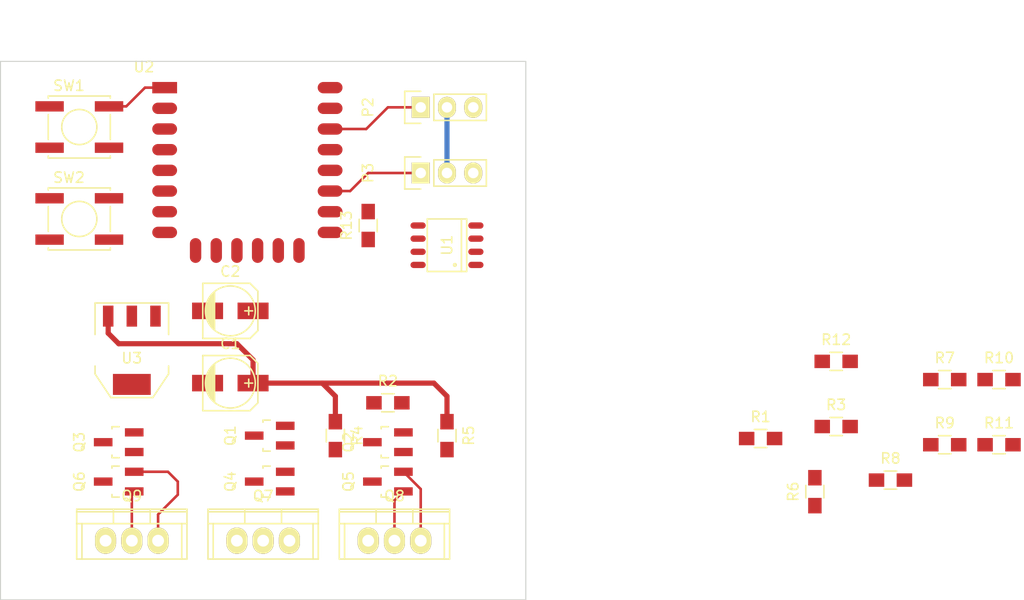
<source format=kicad_pcb>
(kicad_pcb (version 4) (host pcbnew 4.0.2-stable)

  (general
    (links 66)
    (no_connects 55)
    (area 86.309999 10.373799 185.555002 68.630001)
    (thickness 1.6)
    (drawings 4)
    (tracks 32)
    (zones 0)
    (modules 31)
    (nets 39)
  )

  (page A4)
  (layers
    (0 F.Cu signal)
    (31 B.Cu signal)
    (32 B.Adhes user)
    (33 F.Adhes user)
    (34 B.Paste user)
    (35 F.Paste user)
    (36 B.SilkS user)
    (37 F.SilkS user)
    (38 B.Mask user)
    (39 F.Mask user)
    (40 Dwgs.User user)
    (41 Cmts.User user)
    (42 Eco1.User user)
    (43 Eco2.User user)
    (44 Edge.Cuts user)
    (45 Margin user)
    (46 B.CrtYd user)
    (47 F.CrtYd user)
    (48 B.Fab user)
    (49 F.Fab user)
  )

  (setup
    (last_trace_width 0.25)
    (trace_clearance 0.2)
    (zone_clearance 0.508)
    (zone_45_only no)
    (trace_min 0.2)
    (segment_width 0.2)
    (edge_width 0.1)
    (via_size 0.6)
    (via_drill 0.4)
    (via_min_size 0.4)
    (via_min_drill 0.3)
    (uvia_size 0.3)
    (uvia_drill 0.1)
    (uvias_allowed no)
    (uvia_min_size 0.2)
    (uvia_min_drill 0.1)
    (pcb_text_width 0.3)
    (pcb_text_size 1.5 1.5)
    (mod_edge_width 0.15)
    (mod_text_size 1 1)
    (mod_text_width 0.15)
    (pad_size 1.5 1.5)
    (pad_drill 0.6)
    (pad_to_mask_clearance 0)
    (aux_axis_origin 0 0)
    (visible_elements FFFFFF7F)
    (pcbplotparams
      (layerselection 0x00030_80000001)
      (usegerberextensions false)
      (excludeedgelayer true)
      (linewidth 0.100000)
      (plotframeref false)
      (viasonmask false)
      (mode 1)
      (useauxorigin false)
      (hpglpennumber 1)
      (hpglpenspeed 20)
      (hpglpendiameter 15)
      (hpglpenoverlay 2)
      (psnegative false)
      (psa4output false)
      (plotreference true)
      (plotvalue true)
      (plotinvisibletext false)
      (padsonsilk false)
      (subtractmaskfromsilk false)
      (outputformat 1)
      (mirror false)
      (drillshape 1)
      (scaleselection 1)
      (outputdirectory ""))
  )

  (net 0 "")
  (net 1 "Net-(Q1-Pad1)")
  (net 2 "Net-(Q4-Pad2)")
  (net 3 "Net-(D1-Pad1)")
  (net 4 "Net-(Q2-Pad1)")
  (net 5 "Net-(Q5-Pad2)")
  (net 6 "Net-(D1-Pad4)")
  (net 7 "Net-(Q3-Pad1)")
  (net 8 "Net-(Q6-Pad2)")
  (net 9 "Net-(Q9-Pad1)")
  (net 10 +5V)
  (net 11 GND)
  (net 12 +3V3)
  (net 13 "Net-(P2-Pad1)")
  (net 14 "Net-(P3-Pad1)")
  (net 15 "Net-(Q1-Pad2)")
  (net 16 "Net-(Q2-Pad2)")
  (net 17 "Net-(Q3-Pad2)")
  (net 18 "Net-(R1-Pad1)")
  (net 19 "Net-(R2-Pad1)")
  (net 20 "Net-(R3-Pad1)")
  (net 21 "Net-(R10-Pad2)")
  (net 22 "Net-(R11-Pad2)")
  (net 23 "Net-(R12-Pad1)")
  (net 24 "Net-(R13-Pad2)")
  (net 25 "Net-(U1-Pad1)")
  (net 26 "Net-(U1-Pad4)")
  (net 27 "Net-(U1-Pad6)")
  (net 28 "Net-(U1-Pad7)")
  (net 29 "Net-(U2-Pad9)")
  (net 30 "Net-(U2-Pad10)")
  (net 31 "Net-(U2-Pad11)")
  (net 32 "Net-(U2-Pad12)")
  (net 33 "Net-(U2-Pad13)")
  (net 34 "Net-(U2-Pad14)")
  (net 35 "Net-(U2-Pad2)")
  (net 36 "Net-(U2-Pad4)")
  (net 37 "Net-(U2-Pad19)")
  (net 38 "Net-(U2-Pad22)")

  (net_class Default "This is the default net class."
    (clearance 0.2)
    (trace_width 0.25)
    (via_dia 0.6)
    (via_drill 0.4)
    (uvia_dia 0.3)
    (uvia_drill 0.1)
    (add_net +3V3)
    (add_net GND)
    (add_net "Net-(D1-Pad1)")
    (add_net "Net-(D1-Pad4)")
    (add_net "Net-(P2-Pad1)")
    (add_net "Net-(P3-Pad1)")
    (add_net "Net-(Q1-Pad1)")
    (add_net "Net-(Q1-Pad2)")
    (add_net "Net-(Q2-Pad1)")
    (add_net "Net-(Q2-Pad2)")
    (add_net "Net-(Q3-Pad1)")
    (add_net "Net-(Q3-Pad2)")
    (add_net "Net-(Q4-Pad2)")
    (add_net "Net-(Q5-Pad2)")
    (add_net "Net-(Q6-Pad2)")
    (add_net "Net-(Q9-Pad1)")
    (add_net "Net-(R1-Pad1)")
    (add_net "Net-(R10-Pad2)")
    (add_net "Net-(R11-Pad2)")
    (add_net "Net-(R12-Pad1)")
    (add_net "Net-(R13-Pad2)")
    (add_net "Net-(R2-Pad1)")
    (add_net "Net-(R3-Pad1)")
    (add_net "Net-(U1-Pad1)")
    (add_net "Net-(U1-Pad4)")
    (add_net "Net-(U1-Pad6)")
    (add_net "Net-(U1-Pad7)")
    (add_net "Net-(U2-Pad10)")
    (add_net "Net-(U2-Pad11)")
    (add_net "Net-(U2-Pad12)")
    (add_net "Net-(U2-Pad13)")
    (add_net "Net-(U2-Pad14)")
    (add_net "Net-(U2-Pad19)")
    (add_net "Net-(U2-Pad2)")
    (add_net "Net-(U2-Pad22)")
    (add_net "Net-(U2-Pad4)")
    (add_net "Net-(U2-Pad9)")
  )

  (net_class Power ""
    (clearance 0.2)
    (trace_width 0.5)
    (via_dia 0.6)
    (via_drill 0.4)
    (uvia_dia 0.3)
    (uvia_drill 0.1)
    (add_net +5V)
  )

  (module TO-220 (layer F.Cu) (tedit 0) (tstamp 579FAAF8)
    (at 124.46 62.865)
    (descr "Non Isolated JEDEC TO-220 Package")
    (tags "Power Integration YN Package")
    (path /56B747A5)
    (fp_text reference Q8 (at 0 -4.318) (layer F.SilkS)
      (effects (font (size 1 1) (thickness 0.15)))
    )
    (fp_text value BUZ71 (at 0 -4.318) (layer F.Fab)
      (effects (font (size 1 1) (thickness 0.15)))
    )
    (fp_line (start 4.826 -1.651) (end 4.826 1.778) (layer F.SilkS) (width 0.15))
    (fp_line (start -4.826 -1.651) (end -4.826 1.778) (layer F.SilkS) (width 0.15))
    (fp_line (start 5.334 -2.794) (end -5.334 -2.794) (layer F.SilkS) (width 0.15))
    (fp_line (start 1.778 -1.778) (end 1.778 -3.048) (layer F.SilkS) (width 0.15))
    (fp_line (start -1.778 -1.778) (end -1.778 -3.048) (layer F.SilkS) (width 0.15))
    (fp_line (start -5.334 -1.651) (end 5.334 -1.651) (layer F.SilkS) (width 0.15))
    (fp_line (start 5.334 1.778) (end -5.334 1.778) (layer F.SilkS) (width 0.15))
    (fp_line (start -5.334 -3.048) (end -5.334 1.778) (layer F.SilkS) (width 0.15))
    (fp_line (start 5.334 -3.048) (end 5.334 1.778) (layer F.SilkS) (width 0.15))
    (fp_line (start 5.334 -3.048) (end -5.334 -3.048) (layer F.SilkS) (width 0.15))
    (pad 2 thru_hole oval (at 0 0) (size 2.032 2.54) (drill 1.143) (layers *.Cu *.Mask F.SilkS)
      (net 4 "Net-(Q2-Pad1)"))
    (pad 3 thru_hole oval (at 2.54 0) (size 2.032 2.54) (drill 1.143) (layers *.Cu *.Mask F.SilkS)
      (net 5 "Net-(Q5-Pad2)"))
    (pad 1 thru_hole oval (at -2.54 0) (size 2.032 2.54) (drill 1.143) (layers *.Cu *.Mask F.SilkS)
      (net 6 "Net-(D1-Pad4)"))
  )

  (module TO-220 (layer F.Cu) (tedit 0) (tstamp 579FAAFF)
    (at 99.06 62.865)
    (descr "Non Isolated JEDEC TO-220 Package")
    (tags "Power Integration YN Package")
    (path /56B74552)
    (fp_text reference Q9 (at 0 -4.318) (layer F.SilkS)
      (effects (font (size 1 1) (thickness 0.15)))
    )
    (fp_text value BUZ71 (at 0 -4.318) (layer F.Fab)
      (effects (font (size 1 1) (thickness 0.15)))
    )
    (fp_line (start 4.826 -1.651) (end 4.826 1.778) (layer F.SilkS) (width 0.15))
    (fp_line (start -4.826 -1.651) (end -4.826 1.778) (layer F.SilkS) (width 0.15))
    (fp_line (start 5.334 -2.794) (end -5.334 -2.794) (layer F.SilkS) (width 0.15))
    (fp_line (start 1.778 -1.778) (end 1.778 -3.048) (layer F.SilkS) (width 0.15))
    (fp_line (start -1.778 -1.778) (end -1.778 -3.048) (layer F.SilkS) (width 0.15))
    (fp_line (start -5.334 -1.651) (end 5.334 -1.651) (layer F.SilkS) (width 0.15))
    (fp_line (start 5.334 1.778) (end -5.334 1.778) (layer F.SilkS) (width 0.15))
    (fp_line (start -5.334 -3.048) (end -5.334 1.778) (layer F.SilkS) (width 0.15))
    (fp_line (start 5.334 -3.048) (end 5.334 1.778) (layer F.SilkS) (width 0.15))
    (fp_line (start 5.334 -3.048) (end -5.334 -3.048) (layer F.SilkS) (width 0.15))
    (pad 2 thru_hole oval (at 0 0) (size 2.032 2.54) (drill 1.143) (layers *.Cu *.Mask F.SilkS)
      (net 7 "Net-(Q3-Pad1)"))
    (pad 3 thru_hole oval (at 2.54 0) (size 2.032 2.54) (drill 1.143) (layers *.Cu *.Mask F.SilkS)
      (net 8 "Net-(Q6-Pad2)"))
    (pad 1 thru_hole oval (at -2.54 0) (size 2.032 2.54) (drill 1.143) (layers *.Cu *.Mask F.SilkS)
      (net 9 "Net-(Q9-Pad1)"))
  )

  (module Capacitors_SMD:c_elec_5x5.3 (layer F.Cu) (tedit 55725CA0) (tstamp 579FAB87)
    (at 108.585 47.625)
    (descr "SMT capacitor, aluminium electrolytic, 5x5.3")
    (path /579FB0AD)
    (attr smd)
    (fp_text reference C1 (at 0 -3.81) (layer F.SilkS)
      (effects (font (size 1 1) (thickness 0.15)))
    )
    (fp_text value 10µ (at 0 3.81) (layer F.Fab)
      (effects (font (size 1 1) (thickness 0.15)))
    )
    (fp_line (start -3.95 -3) (end 3.95 -3) (layer F.CrtYd) (width 0.05))
    (fp_line (start 3.95 -3) (end 3.95 3) (layer F.CrtYd) (width 0.05))
    (fp_line (start 3.95 3) (end -3.95 3) (layer F.CrtYd) (width 0.05))
    (fp_line (start -3.95 3) (end -3.95 -3) (layer F.CrtYd) (width 0.05))
    (fp_line (start -2.286 -0.635) (end -2.286 0.762) (layer F.SilkS) (width 0.15))
    (fp_line (start -2.159 -0.889) (end -2.159 0.889) (layer F.SilkS) (width 0.15))
    (fp_line (start -2.032 -1.27) (end -2.032 1.27) (layer F.SilkS) (width 0.15))
    (fp_line (start -1.905 1.397) (end -1.905 -1.397) (layer F.SilkS) (width 0.15))
    (fp_line (start -1.778 -1.524) (end -1.778 1.524) (layer F.SilkS) (width 0.15))
    (fp_line (start -1.651 1.651) (end -1.651 -1.651) (layer F.SilkS) (width 0.15))
    (fp_line (start -1.524 -1.778) (end -1.524 1.778) (layer F.SilkS) (width 0.15))
    (fp_line (start -2.667 -2.667) (end 1.905 -2.667) (layer F.SilkS) (width 0.15))
    (fp_line (start 1.905 -2.667) (end 2.667 -1.905) (layer F.SilkS) (width 0.15))
    (fp_line (start 2.667 -1.905) (end 2.667 1.905) (layer F.SilkS) (width 0.15))
    (fp_line (start 2.667 1.905) (end 1.905 2.667) (layer F.SilkS) (width 0.15))
    (fp_line (start 1.905 2.667) (end -2.667 2.667) (layer F.SilkS) (width 0.15))
    (fp_line (start -2.667 2.667) (end -2.667 -2.667) (layer F.SilkS) (width 0.15))
    (fp_line (start 2.159 0) (end 1.397 0) (layer F.SilkS) (width 0.15))
    (fp_line (start 1.778 -0.381) (end 1.778 0.381) (layer F.SilkS) (width 0.15))
    (fp_circle (center 0 0) (end -2.413 0) (layer F.SilkS) (width 0.15))
    (pad 1 smd rect (at 2.19964 0) (size 2.99974 1.6002) (layers F.Cu F.Paste F.Mask)
      (net 10 +5V))
    (pad 2 smd rect (at -2.19964 0) (size 2.99974 1.6002) (layers F.Cu F.Paste F.Mask)
      (net 11 GND))
    (model Capacitors_SMD.3dshapes/c_elec_5x5.3.wrl
      (at (xyz 0 0 0))
      (scale (xyz 1 1 1))
      (rotate (xyz 0 0 0))
    )
  )

  (module Capacitors_SMD:c_elec_5x5.3 (layer F.Cu) (tedit 55725CA0) (tstamp 579FAB8D)
    (at 108.585 40.64)
    (descr "SMT capacitor, aluminium electrolytic, 5x5.3")
    (path /579FB128)
    (attr smd)
    (fp_text reference C2 (at 0 -3.81) (layer F.SilkS)
      (effects (font (size 1 1) (thickness 0.15)))
    )
    (fp_text value 10µ (at 0 3.81) (layer F.Fab)
      (effects (font (size 1 1) (thickness 0.15)))
    )
    (fp_line (start -3.95 -3) (end 3.95 -3) (layer F.CrtYd) (width 0.05))
    (fp_line (start 3.95 -3) (end 3.95 3) (layer F.CrtYd) (width 0.05))
    (fp_line (start 3.95 3) (end -3.95 3) (layer F.CrtYd) (width 0.05))
    (fp_line (start -3.95 3) (end -3.95 -3) (layer F.CrtYd) (width 0.05))
    (fp_line (start -2.286 -0.635) (end -2.286 0.762) (layer F.SilkS) (width 0.15))
    (fp_line (start -2.159 -0.889) (end -2.159 0.889) (layer F.SilkS) (width 0.15))
    (fp_line (start -2.032 -1.27) (end -2.032 1.27) (layer F.SilkS) (width 0.15))
    (fp_line (start -1.905 1.397) (end -1.905 -1.397) (layer F.SilkS) (width 0.15))
    (fp_line (start -1.778 -1.524) (end -1.778 1.524) (layer F.SilkS) (width 0.15))
    (fp_line (start -1.651 1.651) (end -1.651 -1.651) (layer F.SilkS) (width 0.15))
    (fp_line (start -1.524 -1.778) (end -1.524 1.778) (layer F.SilkS) (width 0.15))
    (fp_line (start -2.667 -2.667) (end 1.905 -2.667) (layer F.SilkS) (width 0.15))
    (fp_line (start 1.905 -2.667) (end 2.667 -1.905) (layer F.SilkS) (width 0.15))
    (fp_line (start 2.667 -1.905) (end 2.667 1.905) (layer F.SilkS) (width 0.15))
    (fp_line (start 2.667 1.905) (end 1.905 2.667) (layer F.SilkS) (width 0.15))
    (fp_line (start 1.905 2.667) (end -2.667 2.667) (layer F.SilkS) (width 0.15))
    (fp_line (start -2.667 2.667) (end -2.667 -2.667) (layer F.SilkS) (width 0.15))
    (fp_line (start 2.159 0) (end 1.397 0) (layer F.SilkS) (width 0.15))
    (fp_line (start 1.778 -0.381) (end 1.778 0.381) (layer F.SilkS) (width 0.15))
    (fp_circle (center 0 0) (end -2.413 0) (layer F.SilkS) (width 0.15))
    (pad 1 smd rect (at 2.19964 0) (size 2.99974 1.6002) (layers F.Cu F.Paste F.Mask)
      (net 12 +3V3))
    (pad 2 smd rect (at -2.19964 0) (size 2.99974 1.6002) (layers F.Cu F.Paste F.Mask)
      (net 11 GND))
    (model Capacitors_SMD.3dshapes/c_elec_5x5.3.wrl
      (at (xyz 0 0 0))
      (scale (xyz 1 1 1))
      (rotate (xyz 0 0 0))
    )
  )

  (module Pin_Headers:Pin_Header_Straight_1x03 (layer F.Cu) (tedit 0) (tstamp 579FAB94)
    (at 127 20.955 90)
    (descr "Through hole pin header")
    (tags "pin header")
    (path /579FB904)
    (fp_text reference P2 (at 0 -5.1 90) (layer F.SilkS)
      (effects (font (size 1 1) (thickness 0.15)))
    )
    (fp_text value "Servo A" (at 0 -3.1 90) (layer F.Fab)
      (effects (font (size 1 1) (thickness 0.15)))
    )
    (fp_line (start -1.75 -1.75) (end -1.75 6.85) (layer F.CrtYd) (width 0.05))
    (fp_line (start 1.75 -1.75) (end 1.75 6.85) (layer F.CrtYd) (width 0.05))
    (fp_line (start -1.75 -1.75) (end 1.75 -1.75) (layer F.CrtYd) (width 0.05))
    (fp_line (start -1.75 6.85) (end 1.75 6.85) (layer F.CrtYd) (width 0.05))
    (fp_line (start -1.27 1.27) (end -1.27 6.35) (layer F.SilkS) (width 0.15))
    (fp_line (start -1.27 6.35) (end 1.27 6.35) (layer F.SilkS) (width 0.15))
    (fp_line (start 1.27 6.35) (end 1.27 1.27) (layer F.SilkS) (width 0.15))
    (fp_line (start 1.55 -1.55) (end 1.55 0) (layer F.SilkS) (width 0.15))
    (fp_line (start 1.27 1.27) (end -1.27 1.27) (layer F.SilkS) (width 0.15))
    (fp_line (start -1.55 0) (end -1.55 -1.55) (layer F.SilkS) (width 0.15))
    (fp_line (start -1.55 -1.55) (end 1.55 -1.55) (layer F.SilkS) (width 0.15))
    (pad 1 thru_hole rect (at 0 0 90) (size 2.032 1.7272) (drill 1.016) (layers *.Cu *.Mask F.SilkS)
      (net 13 "Net-(P2-Pad1)"))
    (pad 2 thru_hole oval (at 0 2.54 90) (size 2.032 1.7272) (drill 1.016) (layers *.Cu *.Mask F.SilkS)
      (net 10 +5V))
    (pad 3 thru_hole oval (at 0 5.08 90) (size 2.032 1.7272) (drill 1.016) (layers *.Cu *.Mask F.SilkS)
      (net 11 GND))
    (model Pin_Headers.3dshapes/Pin_Header_Straight_1x03.wrl
      (at (xyz 0 -0.1 0))
      (scale (xyz 1 1 1))
      (rotate (xyz 0 0 90))
    )
  )

  (module Pin_Headers:Pin_Header_Straight_1x03 (layer F.Cu) (tedit 0) (tstamp 579FAB9B)
    (at 127 27.305 90)
    (descr "Through hole pin header")
    (tags "pin header")
    (path /579FB98F)
    (fp_text reference P3 (at 0 -5.1 90) (layer F.SilkS)
      (effects (font (size 1 1) (thickness 0.15)))
    )
    (fp_text value "Servo B" (at 0 -3.1 90) (layer F.Fab)
      (effects (font (size 1 1) (thickness 0.15)))
    )
    (fp_line (start -1.75 -1.75) (end -1.75 6.85) (layer F.CrtYd) (width 0.05))
    (fp_line (start 1.75 -1.75) (end 1.75 6.85) (layer F.CrtYd) (width 0.05))
    (fp_line (start -1.75 -1.75) (end 1.75 -1.75) (layer F.CrtYd) (width 0.05))
    (fp_line (start -1.75 6.85) (end 1.75 6.85) (layer F.CrtYd) (width 0.05))
    (fp_line (start -1.27 1.27) (end -1.27 6.35) (layer F.SilkS) (width 0.15))
    (fp_line (start -1.27 6.35) (end 1.27 6.35) (layer F.SilkS) (width 0.15))
    (fp_line (start 1.27 6.35) (end 1.27 1.27) (layer F.SilkS) (width 0.15))
    (fp_line (start 1.55 -1.55) (end 1.55 0) (layer F.SilkS) (width 0.15))
    (fp_line (start 1.27 1.27) (end -1.27 1.27) (layer F.SilkS) (width 0.15))
    (fp_line (start -1.55 0) (end -1.55 -1.55) (layer F.SilkS) (width 0.15))
    (fp_line (start -1.55 -1.55) (end 1.55 -1.55) (layer F.SilkS) (width 0.15))
    (pad 1 thru_hole rect (at 0 0 90) (size 2.032 1.7272) (drill 1.016) (layers *.Cu *.Mask F.SilkS)
      (net 14 "Net-(P3-Pad1)"))
    (pad 2 thru_hole oval (at 0 2.54 90) (size 2.032 1.7272) (drill 1.016) (layers *.Cu *.Mask F.SilkS)
      (net 10 +5V))
    (pad 3 thru_hole oval (at 0 5.08 90) (size 2.032 1.7272) (drill 1.016) (layers *.Cu *.Mask F.SilkS)
      (net 11 GND))
    (model Pin_Headers.3dshapes/Pin_Header_Straight_1x03.wrl
      (at (xyz 0 -0.1 0))
      (scale (xyz 1 1 1))
      (rotate (xyz 0 0 90))
    )
  )

  (module TO_SOT_Packages_SMD:SOT-23_Handsoldering (layer F.Cu) (tedit 54E9291B) (tstamp 579FABA2)
    (at 112.395 52.705 90)
    (descr "SOT-23, Handsoldering")
    (tags SOT-23)
    (path /56B73A58)
    (attr smd)
    (fp_text reference Q1 (at 0 -3.81 90) (layer F.SilkS)
      (effects (font (size 1 1) (thickness 0.15)))
    )
    (fp_text value 2N3904 (at 0 3.81 90) (layer F.Fab)
      (effects (font (size 1 1) (thickness 0.15)))
    )
    (fp_line (start -1.49982 0.0508) (end -1.49982 -0.65024) (layer F.SilkS) (width 0.15))
    (fp_line (start -1.49982 -0.65024) (end -1.2509 -0.65024) (layer F.SilkS) (width 0.15))
    (fp_line (start 1.29916 -0.65024) (end 1.49982 -0.65024) (layer F.SilkS) (width 0.15))
    (fp_line (start 1.49982 -0.65024) (end 1.49982 0.0508) (layer F.SilkS) (width 0.15))
    (pad 1 smd rect (at -0.95 1.50114 90) (size 0.8001 1.80086) (layers F.Cu F.Paste F.Mask)
      (net 1 "Net-(Q1-Pad1)"))
    (pad 2 smd rect (at 0.95 1.50114 90) (size 0.8001 1.80086) (layers F.Cu F.Paste F.Mask)
      (net 15 "Net-(Q1-Pad2)"))
    (pad 3 smd rect (at 0 -1.50114 90) (size 0.8001 1.80086) (layers F.Cu F.Paste F.Mask)
      (net 11 GND))
    (model TO_SOT_Packages_SMD.3dshapes/SOT-23_Handsoldering.wrl
      (at (xyz 0 0 0))
      (scale (xyz 1 1 1))
      (rotate (xyz 0 0 0))
    )
  )

  (module TO_SOT_Packages_SMD:SOT-23_Handsoldering (layer F.Cu) (tedit 54E9291B) (tstamp 579FABA9)
    (at 123.825 53.34 90)
    (descr "SOT-23, Handsoldering")
    (tags SOT-23)
    (path /56B747AB)
    (attr smd)
    (fp_text reference Q2 (at 0 -3.81 90) (layer F.SilkS)
      (effects (font (size 1 1) (thickness 0.15)))
    )
    (fp_text value 2N3904 (at 0 3.81 90) (layer F.Fab)
      (effects (font (size 1 1) (thickness 0.15)))
    )
    (fp_line (start -1.49982 0.0508) (end -1.49982 -0.65024) (layer F.SilkS) (width 0.15))
    (fp_line (start -1.49982 -0.65024) (end -1.2509 -0.65024) (layer F.SilkS) (width 0.15))
    (fp_line (start 1.29916 -0.65024) (end 1.49982 -0.65024) (layer F.SilkS) (width 0.15))
    (fp_line (start 1.49982 -0.65024) (end 1.49982 0.0508) (layer F.SilkS) (width 0.15))
    (pad 1 smd rect (at -0.95 1.50114 90) (size 0.8001 1.80086) (layers F.Cu F.Paste F.Mask)
      (net 4 "Net-(Q2-Pad1)"))
    (pad 2 smd rect (at 0.95 1.50114 90) (size 0.8001 1.80086) (layers F.Cu F.Paste F.Mask)
      (net 16 "Net-(Q2-Pad2)"))
    (pad 3 smd rect (at 0 -1.50114 90) (size 0.8001 1.80086) (layers F.Cu F.Paste F.Mask)
      (net 11 GND))
    (model TO_SOT_Packages_SMD.3dshapes/SOT-23_Handsoldering.wrl
      (at (xyz 0 0 0))
      (scale (xyz 1 1 1))
      (rotate (xyz 0 0 0))
    )
  )

  (module TO_SOT_Packages_SMD:SOT-23_Handsoldering (layer F.Cu) (tedit 54E9291B) (tstamp 579FABB0)
    (at 97.79 53.34 90)
    (descr "SOT-23, Handsoldering")
    (tags SOT-23)
    (path /56B74558)
    (attr smd)
    (fp_text reference Q3 (at 0 -3.81 90) (layer F.SilkS)
      (effects (font (size 1 1) (thickness 0.15)))
    )
    (fp_text value 2N3904 (at 0 3.81 90) (layer F.Fab)
      (effects (font (size 1 1) (thickness 0.15)))
    )
    (fp_line (start -1.49982 0.0508) (end -1.49982 -0.65024) (layer F.SilkS) (width 0.15))
    (fp_line (start -1.49982 -0.65024) (end -1.2509 -0.65024) (layer F.SilkS) (width 0.15))
    (fp_line (start 1.29916 -0.65024) (end 1.49982 -0.65024) (layer F.SilkS) (width 0.15))
    (fp_line (start 1.49982 -0.65024) (end 1.49982 0.0508) (layer F.SilkS) (width 0.15))
    (pad 1 smd rect (at -0.95 1.50114 90) (size 0.8001 1.80086) (layers F.Cu F.Paste F.Mask)
      (net 7 "Net-(Q3-Pad1)"))
    (pad 2 smd rect (at 0.95 1.50114 90) (size 0.8001 1.80086) (layers F.Cu F.Paste F.Mask)
      (net 17 "Net-(Q3-Pad2)"))
    (pad 3 smd rect (at 0 -1.50114 90) (size 0.8001 1.80086) (layers F.Cu F.Paste F.Mask)
      (net 11 GND))
    (model TO_SOT_Packages_SMD.3dshapes/SOT-23_Handsoldering.wrl
      (at (xyz 0 0 0))
      (scale (xyz 1 1 1))
      (rotate (xyz 0 0 0))
    )
  )

  (module TO_SOT_Packages_SMD:SOT-23_Handsoldering (layer F.Cu) (tedit 54E9291B) (tstamp 579FABB7)
    (at 112.395 57.15 90)
    (descr "SOT-23, Handsoldering")
    (tags SOT-23)
    (path /56B73A8E)
    (attr smd)
    (fp_text reference Q4 (at 0 -3.81 90) (layer F.SilkS)
      (effects (font (size 1 1) (thickness 0.15)))
    )
    (fp_text value 2N3904 (at 0 3.81 90) (layer F.Fab)
      (effects (font (size 1 1) (thickness 0.15)))
    )
    (fp_line (start -1.49982 0.0508) (end -1.49982 -0.65024) (layer F.SilkS) (width 0.15))
    (fp_line (start -1.49982 -0.65024) (end -1.2509 -0.65024) (layer F.SilkS) (width 0.15))
    (fp_line (start 1.29916 -0.65024) (end 1.49982 -0.65024) (layer F.SilkS) (width 0.15))
    (fp_line (start 1.49982 -0.65024) (end 1.49982 0.0508) (layer F.SilkS) (width 0.15))
    (pad 1 smd rect (at -0.95 1.50114 90) (size 0.8001 1.80086) (layers F.Cu F.Paste F.Mask)
      (net 1 "Net-(Q1-Pad1)"))
    (pad 2 smd rect (at 0.95 1.50114 90) (size 0.8001 1.80086) (layers F.Cu F.Paste F.Mask)
      (net 2 "Net-(Q4-Pad2)"))
    (pad 3 smd rect (at 0 -1.50114 90) (size 0.8001 1.80086) (layers F.Cu F.Paste F.Mask)
      (net 11 GND))
    (model TO_SOT_Packages_SMD.3dshapes/SOT-23_Handsoldering.wrl
      (at (xyz 0 0 0))
      (scale (xyz 1 1 1))
      (rotate (xyz 0 0 0))
    )
  )

  (module TO_SOT_Packages_SMD:SOT-23_Handsoldering (layer F.Cu) (tedit 54E9291B) (tstamp 579FABBE)
    (at 123.825 57.15 90)
    (descr "SOT-23, Handsoldering")
    (tags SOT-23)
    (path /56B747B1)
    (attr smd)
    (fp_text reference Q5 (at 0 -3.81 90) (layer F.SilkS)
      (effects (font (size 1 1) (thickness 0.15)))
    )
    (fp_text value 2N3904 (at 0 3.81 90) (layer F.Fab)
      (effects (font (size 1 1) (thickness 0.15)))
    )
    (fp_line (start -1.49982 0.0508) (end -1.49982 -0.65024) (layer F.SilkS) (width 0.15))
    (fp_line (start -1.49982 -0.65024) (end -1.2509 -0.65024) (layer F.SilkS) (width 0.15))
    (fp_line (start 1.29916 -0.65024) (end 1.49982 -0.65024) (layer F.SilkS) (width 0.15))
    (fp_line (start 1.49982 -0.65024) (end 1.49982 0.0508) (layer F.SilkS) (width 0.15))
    (pad 1 smd rect (at -0.95 1.50114 90) (size 0.8001 1.80086) (layers F.Cu F.Paste F.Mask)
      (net 4 "Net-(Q2-Pad1)"))
    (pad 2 smd rect (at 0.95 1.50114 90) (size 0.8001 1.80086) (layers F.Cu F.Paste F.Mask)
      (net 5 "Net-(Q5-Pad2)"))
    (pad 3 smd rect (at 0 -1.50114 90) (size 0.8001 1.80086) (layers F.Cu F.Paste F.Mask)
      (net 11 GND))
    (model TO_SOT_Packages_SMD.3dshapes/SOT-23_Handsoldering.wrl
      (at (xyz 0 0 0))
      (scale (xyz 1 1 1))
      (rotate (xyz 0 0 0))
    )
  )

  (module TO_SOT_Packages_SMD:SOT-23_Handsoldering (layer F.Cu) (tedit 54E9291B) (tstamp 579FABC5)
    (at 97.79 57.15 90)
    (descr "SOT-23, Handsoldering")
    (tags SOT-23)
    (path /56B7455E)
    (attr smd)
    (fp_text reference Q6 (at 0 -3.81 90) (layer F.SilkS)
      (effects (font (size 1 1) (thickness 0.15)))
    )
    (fp_text value 2N3904 (at 0 3.81 90) (layer F.Fab)
      (effects (font (size 1 1) (thickness 0.15)))
    )
    (fp_line (start -1.49982 0.0508) (end -1.49982 -0.65024) (layer F.SilkS) (width 0.15))
    (fp_line (start -1.49982 -0.65024) (end -1.2509 -0.65024) (layer F.SilkS) (width 0.15))
    (fp_line (start 1.29916 -0.65024) (end 1.49982 -0.65024) (layer F.SilkS) (width 0.15))
    (fp_line (start 1.49982 -0.65024) (end 1.49982 0.0508) (layer F.SilkS) (width 0.15))
    (pad 1 smd rect (at -0.95 1.50114 90) (size 0.8001 1.80086) (layers F.Cu F.Paste F.Mask)
      (net 7 "Net-(Q3-Pad1)"))
    (pad 2 smd rect (at 0.95 1.50114 90) (size 0.8001 1.80086) (layers F.Cu F.Paste F.Mask)
      (net 8 "Net-(Q6-Pad2)"))
    (pad 3 smd rect (at 0 -1.50114 90) (size 0.8001 1.80086) (layers F.Cu F.Paste F.Mask)
      (net 11 GND))
    (model TO_SOT_Packages_SMD.3dshapes/SOT-23_Handsoldering.wrl
      (at (xyz 0 0 0))
      (scale (xyz 1 1 1))
      (rotate (xyz 0 0 0))
    )
  )

  (module Power_Integrations:TO-220 (layer F.Cu) (tedit 0) (tstamp 579FABCC)
    (at 111.76 62.865)
    (descr "Non Isolated JEDEC TO-220 Package")
    (tags "Power Integration YN Package")
    (path /56B739E3)
    (fp_text reference Q7 (at 0 -4.318) (layer F.SilkS)
      (effects (font (size 1 1) (thickness 0.15)))
    )
    (fp_text value BUZ71 (at 0 -4.318) (layer F.Fab)
      (effects (font (size 1 1) (thickness 0.15)))
    )
    (fp_line (start 4.826 -1.651) (end 4.826 1.778) (layer F.SilkS) (width 0.15))
    (fp_line (start -4.826 -1.651) (end -4.826 1.778) (layer F.SilkS) (width 0.15))
    (fp_line (start 5.334 -2.794) (end -5.334 -2.794) (layer F.SilkS) (width 0.15))
    (fp_line (start 1.778 -1.778) (end 1.778 -3.048) (layer F.SilkS) (width 0.15))
    (fp_line (start -1.778 -1.778) (end -1.778 -3.048) (layer F.SilkS) (width 0.15))
    (fp_line (start -5.334 -1.651) (end 5.334 -1.651) (layer F.SilkS) (width 0.15))
    (fp_line (start 5.334 1.778) (end -5.334 1.778) (layer F.SilkS) (width 0.15))
    (fp_line (start -5.334 -3.048) (end -5.334 1.778) (layer F.SilkS) (width 0.15))
    (fp_line (start 5.334 -3.048) (end 5.334 1.778) (layer F.SilkS) (width 0.15))
    (fp_line (start 5.334 -3.048) (end -5.334 -3.048) (layer F.SilkS) (width 0.15))
    (pad 2 thru_hole oval (at 0 0) (size 2.032 2.54) (drill 1.143) (layers *.Cu *.Mask F.SilkS)
      (net 1 "Net-(Q1-Pad1)"))
    (pad 3 thru_hole oval (at 2.54 0) (size 2.032 2.54) (drill 1.143) (layers *.Cu *.Mask F.SilkS)
      (net 2 "Net-(Q4-Pad2)"))
    (pad 1 thru_hole oval (at -2.54 0) (size 2.032 2.54) (drill 1.143) (layers *.Cu *.Mask F.SilkS)
      (net 3 "Net-(D1-Pad1)"))
  )

  (module Resistors_SMD:R_0805_HandSoldering (layer F.Cu) (tedit 54189DEE) (tstamp 579FABD2)
    (at 159.870001 52.985)
    (descr "Resistor SMD 0805, hand soldering")
    (tags "resistor 0805")
    (path /56B73C2C)
    (attr smd)
    (fp_text reference R1 (at 0 -2.1) (layer F.SilkS)
      (effects (font (size 1 1) (thickness 0.15)))
    )
    (fp_text value 10k (at 0 2.1) (layer F.Fab)
      (effects (font (size 1 1) (thickness 0.15)))
    )
    (fp_line (start -2.4 -1) (end 2.4 -1) (layer F.CrtYd) (width 0.05))
    (fp_line (start -2.4 1) (end 2.4 1) (layer F.CrtYd) (width 0.05))
    (fp_line (start -2.4 -1) (end -2.4 1) (layer F.CrtYd) (width 0.05))
    (fp_line (start 2.4 -1) (end 2.4 1) (layer F.CrtYd) (width 0.05))
    (fp_line (start 0.6 0.875) (end -0.6 0.875) (layer F.SilkS) (width 0.15))
    (fp_line (start -0.6 -0.875) (end 0.6 -0.875) (layer F.SilkS) (width 0.15))
    (pad 1 smd rect (at -1.35 0) (size 1.5 1.3) (layers F.Cu F.Paste F.Mask)
      (net 18 "Net-(R1-Pad1)"))
    (pad 2 smd rect (at 1.35 0) (size 1.5 1.3) (layers F.Cu F.Paste F.Mask)
      (net 15 "Net-(Q1-Pad2)"))
    (model Resistors_SMD.3dshapes/R_0805_HandSoldering.wrl
      (at (xyz 0 0 0))
      (scale (xyz 1 1 1))
      (rotate (xyz 0 0 0))
    )
  )

  (module Resistors_SMD:R_0805_HandSoldering (layer F.Cu) (tedit 54189DEE) (tstamp 579FABD8)
    (at 123.825 49.53)
    (descr "Resistor SMD 0805, hand soldering")
    (tags "resistor 0805")
    (path /56B747BD)
    (attr smd)
    (fp_text reference R2 (at 0 -2.1) (layer F.SilkS)
      (effects (font (size 1 1) (thickness 0.15)))
    )
    (fp_text value 10k (at 0 2.1) (layer F.Fab)
      (effects (font (size 1 1) (thickness 0.15)))
    )
    (fp_line (start -2.4 -1) (end 2.4 -1) (layer F.CrtYd) (width 0.05))
    (fp_line (start -2.4 1) (end 2.4 1) (layer F.CrtYd) (width 0.05))
    (fp_line (start -2.4 -1) (end -2.4 1) (layer F.CrtYd) (width 0.05))
    (fp_line (start 2.4 -1) (end 2.4 1) (layer F.CrtYd) (width 0.05))
    (fp_line (start 0.6 0.875) (end -0.6 0.875) (layer F.SilkS) (width 0.15))
    (fp_line (start -0.6 -0.875) (end 0.6 -0.875) (layer F.SilkS) (width 0.15))
    (pad 1 smd rect (at -1.35 0) (size 1.5 1.3) (layers F.Cu F.Paste F.Mask)
      (net 19 "Net-(R2-Pad1)"))
    (pad 2 smd rect (at 1.35 0) (size 1.5 1.3) (layers F.Cu F.Paste F.Mask)
      (net 16 "Net-(Q2-Pad2)"))
    (model Resistors_SMD.3dshapes/R_0805_HandSoldering.wrl
      (at (xyz 0 0 0))
      (scale (xyz 1 1 1))
      (rotate (xyz 0 0 0))
    )
  )

  (module Resistors_SMD:R_0805_HandSoldering (layer F.Cu) (tedit 54189DEE) (tstamp 579FABDE)
    (at 167.180001 51.825)
    (descr "Resistor SMD 0805, hand soldering")
    (tags "resistor 0805")
    (path /56B7456A)
    (attr smd)
    (fp_text reference R3 (at 0 -2.1) (layer F.SilkS)
      (effects (font (size 1 1) (thickness 0.15)))
    )
    (fp_text value 10k (at 0 2.1) (layer F.Fab)
      (effects (font (size 1 1) (thickness 0.15)))
    )
    (fp_line (start -2.4 -1) (end 2.4 -1) (layer F.CrtYd) (width 0.05))
    (fp_line (start -2.4 1) (end 2.4 1) (layer F.CrtYd) (width 0.05))
    (fp_line (start -2.4 -1) (end -2.4 1) (layer F.CrtYd) (width 0.05))
    (fp_line (start 2.4 -1) (end 2.4 1) (layer F.CrtYd) (width 0.05))
    (fp_line (start 0.6 0.875) (end -0.6 0.875) (layer F.SilkS) (width 0.15))
    (fp_line (start -0.6 -0.875) (end 0.6 -0.875) (layer F.SilkS) (width 0.15))
    (pad 1 smd rect (at -1.35 0) (size 1.5 1.3) (layers F.Cu F.Paste F.Mask)
      (net 20 "Net-(R3-Pad1)"))
    (pad 2 smd rect (at 1.35 0) (size 1.5 1.3) (layers F.Cu F.Paste F.Mask)
      (net 17 "Net-(Q3-Pad2)"))
    (model Resistors_SMD.3dshapes/R_0805_HandSoldering.wrl
      (at (xyz 0 0 0))
      (scale (xyz 1 1 1))
      (rotate (xyz 0 0 0))
    )
  )

  (module Resistors_SMD:R_0805_HandSoldering (layer F.Cu) (tedit 54189DEE) (tstamp 579FABE4)
    (at 118.745 52.705 270)
    (descr "Resistor SMD 0805, hand soldering")
    (tags "resistor 0805")
    (path /56B73C5E)
    (attr smd)
    (fp_text reference R4 (at 0 -2.1 270) (layer F.SilkS)
      (effects (font (size 1 1) (thickness 0.15)))
    )
    (fp_text value 10k (at 0 2.1 270) (layer F.Fab)
      (effects (font (size 1 1) (thickness 0.15)))
    )
    (fp_line (start -2.4 -1) (end 2.4 -1) (layer F.CrtYd) (width 0.05))
    (fp_line (start -2.4 1) (end 2.4 1) (layer F.CrtYd) (width 0.05))
    (fp_line (start -2.4 -1) (end -2.4 1) (layer F.CrtYd) (width 0.05))
    (fp_line (start 2.4 -1) (end 2.4 1) (layer F.CrtYd) (width 0.05))
    (fp_line (start 0.6 0.875) (end -0.6 0.875) (layer F.SilkS) (width 0.15))
    (fp_line (start -0.6 -0.875) (end 0.6 -0.875) (layer F.SilkS) (width 0.15))
    (pad 1 smd rect (at -1.35 0 270) (size 1.5 1.3) (layers F.Cu F.Paste F.Mask)
      (net 10 +5V))
    (pad 2 smd rect (at 1.35 0 270) (size 1.5 1.3) (layers F.Cu F.Paste F.Mask)
      (net 1 "Net-(Q1-Pad1)"))
    (model Resistors_SMD.3dshapes/R_0805_HandSoldering.wrl
      (at (xyz 0 0 0))
      (scale (xyz 1 1 1))
      (rotate (xyz 0 0 0))
    )
  )

  (module Resistors_SMD:R_0805_HandSoldering (layer F.Cu) (tedit 54189DEE) (tstamp 579FABEA)
    (at 129.54 52.705 270)
    (descr "Resistor SMD 0805, hand soldering")
    (tags "resistor 0805")
    (path /56B747C3)
    (attr smd)
    (fp_text reference R5 (at 0 -2.1 270) (layer F.SilkS)
      (effects (font (size 1 1) (thickness 0.15)))
    )
    (fp_text value 10k (at 0 2.1 270) (layer F.Fab)
      (effects (font (size 1 1) (thickness 0.15)))
    )
    (fp_line (start -2.4 -1) (end 2.4 -1) (layer F.CrtYd) (width 0.05))
    (fp_line (start -2.4 1) (end 2.4 1) (layer F.CrtYd) (width 0.05))
    (fp_line (start -2.4 -1) (end -2.4 1) (layer F.CrtYd) (width 0.05))
    (fp_line (start 2.4 -1) (end 2.4 1) (layer F.CrtYd) (width 0.05))
    (fp_line (start 0.6 0.875) (end -0.6 0.875) (layer F.SilkS) (width 0.15))
    (fp_line (start -0.6 -0.875) (end 0.6 -0.875) (layer F.SilkS) (width 0.15))
    (pad 1 smd rect (at -1.35 0 270) (size 1.5 1.3) (layers F.Cu F.Paste F.Mask)
      (net 10 +5V))
    (pad 2 smd rect (at 1.35 0 270) (size 1.5 1.3) (layers F.Cu F.Paste F.Mask)
      (net 4 "Net-(Q2-Pad1)"))
    (model Resistors_SMD.3dshapes/R_0805_HandSoldering.wrl
      (at (xyz 0 0 0))
      (scale (xyz 1 1 1))
      (rotate (xyz 0 0 0))
    )
  )

  (module Resistors_SMD:R_0805_HandSoldering (layer F.Cu) (tedit 54189DEE) (tstamp 579FABF0)
    (at 165.120001 58.125 90)
    (descr "Resistor SMD 0805, hand soldering")
    (tags "resistor 0805")
    (path /56B74570)
    (attr smd)
    (fp_text reference R6 (at 0 -2.1 90) (layer F.SilkS)
      (effects (font (size 1 1) (thickness 0.15)))
    )
    (fp_text value 10k (at 0 2.1 90) (layer F.Fab)
      (effects (font (size 1 1) (thickness 0.15)))
    )
    (fp_line (start -2.4 -1) (end 2.4 -1) (layer F.CrtYd) (width 0.05))
    (fp_line (start -2.4 1) (end 2.4 1) (layer F.CrtYd) (width 0.05))
    (fp_line (start -2.4 -1) (end -2.4 1) (layer F.CrtYd) (width 0.05))
    (fp_line (start 2.4 -1) (end 2.4 1) (layer F.CrtYd) (width 0.05))
    (fp_line (start 0.6 0.875) (end -0.6 0.875) (layer F.SilkS) (width 0.15))
    (fp_line (start -0.6 -0.875) (end 0.6 -0.875) (layer F.SilkS) (width 0.15))
    (pad 1 smd rect (at -1.35 0 90) (size 1.5 1.3) (layers F.Cu F.Paste F.Mask)
      (net 10 +5V))
    (pad 2 smd rect (at 1.35 0 90) (size 1.5 1.3) (layers F.Cu F.Paste F.Mask)
      (net 7 "Net-(Q3-Pad1)"))
    (model Resistors_SMD.3dshapes/R_0805_HandSoldering.wrl
      (at (xyz 0 0 0))
      (scale (xyz 1 1 1))
      (rotate (xyz 0 0 0))
    )
  )

  (module Resistors_SMD:R_0805_HandSoldering (layer F.Cu) (tedit 54189DEE) (tstamp 579FABF6)
    (at 177.680001 47.285)
    (descr "Resistor SMD 0805, hand soldering")
    (tags "resistor 0805")
    (path /56B73BEF)
    (attr smd)
    (fp_text reference R7 (at 0 -2.1) (layer F.SilkS)
      (effects (font (size 1 1) (thickness 0.15)))
    )
    (fp_text value 1.5 (at 0 2.1) (layer F.Fab)
      (effects (font (size 1 1) (thickness 0.15)))
    )
    (fp_line (start -2.4 -1) (end 2.4 -1) (layer F.CrtYd) (width 0.05))
    (fp_line (start -2.4 1) (end 2.4 1) (layer F.CrtYd) (width 0.05))
    (fp_line (start -2.4 -1) (end -2.4 1) (layer F.CrtYd) (width 0.05))
    (fp_line (start 2.4 -1) (end 2.4 1) (layer F.CrtYd) (width 0.05))
    (fp_line (start 0.6 0.875) (end -0.6 0.875) (layer F.SilkS) (width 0.15))
    (fp_line (start -0.6 -0.875) (end 0.6 -0.875) (layer F.SilkS) (width 0.15))
    (pad 1 smd rect (at -1.35 0) (size 1.5 1.3) (layers F.Cu F.Paste F.Mask)
      (net 2 "Net-(Q4-Pad2)"))
    (pad 2 smd rect (at 1.35 0) (size 1.5 1.3) (layers F.Cu F.Paste F.Mask)
      (net 11 GND))
    (model Resistors_SMD.3dshapes/R_0805_HandSoldering.wrl
      (at (xyz 0 0 0))
      (scale (xyz 1 1 1))
      (rotate (xyz 0 0 0))
    )
  )

  (module Resistors_SMD:R_0805_HandSoldering (layer F.Cu) (tedit 54189DEE) (tstamp 579FABFC)
    (at 172.430001 57.005)
    (descr "Resistor SMD 0805, hand soldering")
    (tags "resistor 0805")
    (path /56B747B7)
    (attr smd)
    (fp_text reference R8 (at 0 -2.1) (layer F.SilkS)
      (effects (font (size 1 1) (thickness 0.15)))
    )
    (fp_text value 1.5 (at 0 2.1) (layer F.Fab)
      (effects (font (size 1 1) (thickness 0.15)))
    )
    (fp_line (start -2.4 -1) (end 2.4 -1) (layer F.CrtYd) (width 0.05))
    (fp_line (start -2.4 1) (end 2.4 1) (layer F.CrtYd) (width 0.05))
    (fp_line (start -2.4 -1) (end -2.4 1) (layer F.CrtYd) (width 0.05))
    (fp_line (start 2.4 -1) (end 2.4 1) (layer F.CrtYd) (width 0.05))
    (fp_line (start 0.6 0.875) (end -0.6 0.875) (layer F.SilkS) (width 0.15))
    (fp_line (start -0.6 -0.875) (end 0.6 -0.875) (layer F.SilkS) (width 0.15))
    (pad 1 smd rect (at -1.35 0) (size 1.5 1.3) (layers F.Cu F.Paste F.Mask)
      (net 5 "Net-(Q5-Pad2)"))
    (pad 2 smd rect (at 1.35 0) (size 1.5 1.3) (layers F.Cu F.Paste F.Mask)
      (net 11 GND))
    (model Resistors_SMD.3dshapes/R_0805_HandSoldering.wrl
      (at (xyz 0 0 0))
      (scale (xyz 1 1 1))
      (rotate (xyz 0 0 0))
    )
  )

  (module Resistors_SMD:R_0805_HandSoldering (layer F.Cu) (tedit 54189DEE) (tstamp 579FAC02)
    (at 177.680001 53.585)
    (descr "Resistor SMD 0805, hand soldering")
    (tags "resistor 0805")
    (path /56B74564)
    (attr smd)
    (fp_text reference R9 (at 0 -2.1) (layer F.SilkS)
      (effects (font (size 1 1) (thickness 0.15)))
    )
    (fp_text value 1.5 (at 0 2.1) (layer F.Fab)
      (effects (font (size 1 1) (thickness 0.15)))
    )
    (fp_line (start -2.4 -1) (end 2.4 -1) (layer F.CrtYd) (width 0.05))
    (fp_line (start -2.4 1) (end 2.4 1) (layer F.CrtYd) (width 0.05))
    (fp_line (start -2.4 -1) (end -2.4 1) (layer F.CrtYd) (width 0.05))
    (fp_line (start 2.4 -1) (end 2.4 1) (layer F.CrtYd) (width 0.05))
    (fp_line (start 0.6 0.875) (end -0.6 0.875) (layer F.SilkS) (width 0.15))
    (fp_line (start -0.6 -0.875) (end 0.6 -0.875) (layer F.SilkS) (width 0.15))
    (pad 1 smd rect (at -1.35 0) (size 1.5 1.3) (layers F.Cu F.Paste F.Mask)
      (net 8 "Net-(Q6-Pad2)"))
    (pad 2 smd rect (at 1.35 0) (size 1.5 1.3) (layers F.Cu F.Paste F.Mask)
      (net 11 GND))
    (model Resistors_SMD.3dshapes/R_0805_HandSoldering.wrl
      (at (xyz 0 0 0))
      (scale (xyz 1 1 1))
      (rotate (xyz 0 0 0))
    )
  )

  (module Resistors_SMD:R_0805_HandSoldering (layer F.Cu) (tedit 54189DEE) (tstamp 579FAC08)
    (at 182.930001 47.285)
    (descr "Resistor SMD 0805, hand soldering")
    (tags "resistor 0805")
    (path /579FA398)
    (attr smd)
    (fp_text reference R10 (at 0 -2.1) (layer F.SilkS)
      (effects (font (size 1 1) (thickness 0.15)))
    )
    (fp_text value 10k (at 0 2.1) (layer F.Fab)
      (effects (font (size 1 1) (thickness 0.15)))
    )
    (fp_line (start -2.4 -1) (end 2.4 -1) (layer F.CrtYd) (width 0.05))
    (fp_line (start -2.4 1) (end 2.4 1) (layer F.CrtYd) (width 0.05))
    (fp_line (start -2.4 -1) (end -2.4 1) (layer F.CrtYd) (width 0.05))
    (fp_line (start 2.4 -1) (end 2.4 1) (layer F.CrtYd) (width 0.05))
    (fp_line (start 0.6 0.875) (end -0.6 0.875) (layer F.SilkS) (width 0.15))
    (fp_line (start -0.6 -0.875) (end 0.6 -0.875) (layer F.SilkS) (width 0.15))
    (pad 1 smd rect (at -1.35 0) (size 1.5 1.3) (layers F.Cu F.Paste F.Mask)
      (net 12 +3V3))
    (pad 2 smd rect (at 1.35 0) (size 1.5 1.3) (layers F.Cu F.Paste F.Mask)
      (net 21 "Net-(R10-Pad2)"))
    (model Resistors_SMD.3dshapes/R_0805_HandSoldering.wrl
      (at (xyz 0 0 0))
      (scale (xyz 1 1 1))
      (rotate (xyz 0 0 0))
    )
  )

  (module Resistors_SMD:R_0805_HandSoldering (layer F.Cu) (tedit 54189DEE) (tstamp 579FAC0E)
    (at 182.930001 53.585)
    (descr "Resistor SMD 0805, hand soldering")
    (tags "resistor 0805")
    (path /579FA45F)
    (attr smd)
    (fp_text reference R11 (at 0 -2.1) (layer F.SilkS)
      (effects (font (size 1 1) (thickness 0.15)))
    )
    (fp_text value 10k (at 0 2.1) (layer F.Fab)
      (effects (font (size 1 1) (thickness 0.15)))
    )
    (fp_line (start -2.4 -1) (end 2.4 -1) (layer F.CrtYd) (width 0.05))
    (fp_line (start -2.4 1) (end 2.4 1) (layer F.CrtYd) (width 0.05))
    (fp_line (start -2.4 -1) (end -2.4 1) (layer F.CrtYd) (width 0.05))
    (fp_line (start 2.4 -1) (end 2.4 1) (layer F.CrtYd) (width 0.05))
    (fp_line (start 0.6 0.875) (end -0.6 0.875) (layer F.SilkS) (width 0.15))
    (fp_line (start -0.6 -0.875) (end 0.6 -0.875) (layer F.SilkS) (width 0.15))
    (pad 1 smd rect (at -1.35 0) (size 1.5 1.3) (layers F.Cu F.Paste F.Mask)
      (net 12 +3V3))
    (pad 2 smd rect (at 1.35 0) (size 1.5 1.3) (layers F.Cu F.Paste F.Mask)
      (net 22 "Net-(R11-Pad2)"))
    (model Resistors_SMD.3dshapes/R_0805_HandSoldering.wrl
      (at (xyz 0 0 0))
      (scale (xyz 1 1 1))
      (rotate (xyz 0 0 0))
    )
  )

  (module Resistors_SMD:R_0805_HandSoldering (layer F.Cu) (tedit 54189DEE) (tstamp 579FAC14)
    (at 167.180001 45.525)
    (descr "Resistor SMD 0805, hand soldering")
    (tags "resistor 0805")
    (path /579FA407)
    (attr smd)
    (fp_text reference R12 (at 0 -2.1) (layer F.SilkS)
      (effects (font (size 1 1) (thickness 0.15)))
    )
    (fp_text value 10k (at 0 2.1) (layer F.Fab)
      (effects (font (size 1 1) (thickness 0.15)))
    )
    (fp_line (start -2.4 -1) (end 2.4 -1) (layer F.CrtYd) (width 0.05))
    (fp_line (start -2.4 1) (end 2.4 1) (layer F.CrtYd) (width 0.05))
    (fp_line (start -2.4 -1) (end -2.4 1) (layer F.CrtYd) (width 0.05))
    (fp_line (start 2.4 -1) (end 2.4 1) (layer F.CrtYd) (width 0.05))
    (fp_line (start 0.6 0.875) (end -0.6 0.875) (layer F.SilkS) (width 0.15))
    (fp_line (start -0.6 -0.875) (end 0.6 -0.875) (layer F.SilkS) (width 0.15))
    (pad 1 smd rect (at -1.35 0) (size 1.5 1.3) (layers F.Cu F.Paste F.Mask)
      (net 23 "Net-(R12-Pad1)"))
    (pad 2 smd rect (at 1.35 0) (size 1.5 1.3) (layers F.Cu F.Paste F.Mask)
      (net 11 GND))
    (model Resistors_SMD.3dshapes/R_0805_HandSoldering.wrl
      (at (xyz 0 0 0))
      (scale (xyz 1 1 1))
      (rotate (xyz 0 0 0))
    )
  )

  (module Resistors_SMD:R_0805_HandSoldering (layer F.Cu) (tedit 54189DEE) (tstamp 579FAC1A)
    (at 121.92 32.385 90)
    (descr "Resistor SMD 0805, hand soldering")
    (tags "resistor 0805")
    (path /579FA2FE)
    (attr smd)
    (fp_text reference R13 (at 0 -2.1 90) (layer F.SilkS)
      (effects (font (size 1 1) (thickness 0.15)))
    )
    (fp_text value 10k (at 0 2.1 90) (layer F.Fab)
      (effects (font (size 1 1) (thickness 0.15)))
    )
    (fp_line (start -2.4 -1) (end 2.4 -1) (layer F.CrtYd) (width 0.05))
    (fp_line (start -2.4 1) (end 2.4 1) (layer F.CrtYd) (width 0.05))
    (fp_line (start -2.4 -1) (end -2.4 1) (layer F.CrtYd) (width 0.05))
    (fp_line (start 2.4 -1) (end 2.4 1) (layer F.CrtYd) (width 0.05))
    (fp_line (start 0.6 0.875) (end -0.6 0.875) (layer F.SilkS) (width 0.15))
    (fp_line (start -0.6 -0.875) (end 0.6 -0.875) (layer F.SilkS) (width 0.15))
    (pad 1 smd rect (at -1.35 0 90) (size 1.5 1.3) (layers F.Cu F.Paste F.Mask)
      (net 12 +3V3))
    (pad 2 smd rect (at 1.35 0 90) (size 1.5 1.3) (layers F.Cu F.Paste F.Mask)
      (net 24 "Net-(R13-Pad2)"))
    (model Resistors_SMD.3dshapes/R_0805_HandSoldering.wrl
      (at (xyz 0 0 0))
      (scale (xyz 1 1 1))
      (rotate (xyz 0 0 0))
    )
  )

  (module Buttons_Switches_SMD:SW_SPST_EVPBF (layer F.Cu) (tedit 55DAF9A7) (tstamp 579FAC22)
    (at 93.98 22.86)
    (descr "Light Touch Switch")
    (path /579FA4C7)
    (attr smd)
    (fp_text reference SW1 (at -1 -4) (layer F.SilkS)
      (effects (font (size 1 1) (thickness 0.15)))
    )
    (fp_text value SW_PUSH (at 0 0) (layer F.Fab)
      (effects (font (size 1 1) (thickness 0.15)))
    )
    (fp_line (start -4.5 -3.25) (end 4.5 -3.25) (layer F.CrtYd) (width 0.05))
    (fp_line (start 4.5 -3.25) (end 4.5 3.25) (layer F.CrtYd) (width 0.05))
    (fp_line (start 4.5 3.25) (end -4.5 3.25) (layer F.CrtYd) (width 0.05))
    (fp_line (start -4.5 3.25) (end -4.5 -3.25) (layer F.CrtYd) (width 0.05))
    (fp_line (start 3 -3) (end 3 -2.8) (layer F.SilkS) (width 0.15))
    (fp_line (start 3 3) (end 3 2.8) (layer F.SilkS) (width 0.15))
    (fp_line (start -3 3) (end -3 2.8) (layer F.SilkS) (width 0.15))
    (fp_line (start -3 -3) (end -3 -2.8) (layer F.SilkS) (width 0.15))
    (fp_line (start -3 -1.2) (end -3 1.2) (layer F.SilkS) (width 0.15))
    (fp_line (start 3 -1.2) (end 3 1.2) (layer F.SilkS) (width 0.15))
    (fp_line (start 3 -3) (end -3 -3) (layer F.SilkS) (width 0.15))
    (fp_line (start -3 3) (end 3 3) (layer F.SilkS) (width 0.15))
    (fp_circle (center 0 0) (end 1.7 0) (layer F.SilkS) (width 0.15))
    (pad 1 smd rect (at 2.875 -2) (size 2.75 1) (layers F.Cu F.Paste F.Mask)
      (net 21 "Net-(R10-Pad2)"))
    (pad 1 smd rect (at -2.875 -2) (size 2.75 1) (layers F.Cu F.Paste F.Mask)
      (net 21 "Net-(R10-Pad2)"))
    (pad 2 smd rect (at -2.875 2) (size 2.75 1) (layers F.Cu F.Paste F.Mask)
      (net 11 GND))
    (pad 2 smd rect (at 2.875 2) (size 2.75 1) (layers F.Cu F.Paste F.Mask)
      (net 11 GND))
  )

  (module Buttons_Switches_SMD:SW_SPST_EVPBF (layer F.Cu) (tedit 55DAF9A7) (tstamp 579FAC2A)
    (at 93.98 31.75)
    (descr "Light Touch Switch")
    (path /579FA584)
    (attr smd)
    (fp_text reference SW2 (at -1 -4) (layer F.SilkS)
      (effects (font (size 1 1) (thickness 0.15)))
    )
    (fp_text value SW_PUSH (at 0 0) (layer F.Fab)
      (effects (font (size 1 1) (thickness 0.15)))
    )
    (fp_line (start -4.5 -3.25) (end 4.5 -3.25) (layer F.CrtYd) (width 0.05))
    (fp_line (start 4.5 -3.25) (end 4.5 3.25) (layer F.CrtYd) (width 0.05))
    (fp_line (start 4.5 3.25) (end -4.5 3.25) (layer F.CrtYd) (width 0.05))
    (fp_line (start -4.5 3.25) (end -4.5 -3.25) (layer F.CrtYd) (width 0.05))
    (fp_line (start 3 -3) (end 3 -2.8) (layer F.SilkS) (width 0.15))
    (fp_line (start 3 3) (end 3 2.8) (layer F.SilkS) (width 0.15))
    (fp_line (start -3 3) (end -3 2.8) (layer F.SilkS) (width 0.15))
    (fp_line (start -3 -3) (end -3 -2.8) (layer F.SilkS) (width 0.15))
    (fp_line (start -3 -1.2) (end -3 1.2) (layer F.SilkS) (width 0.15))
    (fp_line (start 3 -1.2) (end 3 1.2) (layer F.SilkS) (width 0.15))
    (fp_line (start 3 -3) (end -3 -3) (layer F.SilkS) (width 0.15))
    (fp_line (start -3 3) (end 3 3) (layer F.SilkS) (width 0.15))
    (fp_circle (center 0 0) (end 1.7 0) (layer F.SilkS) (width 0.15))
    (pad 1 smd rect (at 2.875 -2) (size 2.75 1) (layers F.Cu F.Paste F.Mask)
      (net 24 "Net-(R13-Pad2)"))
    (pad 1 smd rect (at -2.875 -2) (size 2.75 1) (layers F.Cu F.Paste F.Mask)
      (net 24 "Net-(R13-Pad2)"))
    (pad 2 smd rect (at -2.875 2) (size 2.75 1) (layers F.Cu F.Paste F.Mask)
      (net 11 GND))
    (pad 2 smd rect (at 2.875 2) (size 2.75 1) (layers F.Cu F.Paste F.Mask)
      (net 11 GND))
  )

  (module Power_Integrations:SO-8 (layer F.Cu) (tedit 0) (tstamp 579FAC36)
    (at 129.54 34.29 90)
    (descr "SO-8 Surface Mount Small Outline 150mil 8pin Package")
    (tags "Power Integrations D Package")
    (path /56B75E50)
    (fp_text reference U1 (at 0 0 90) (layer F.SilkS)
      (effects (font (size 1 1) (thickness 0.15)))
    )
    (fp_text value SN17576 (at 0 0 90) (layer F.Fab)
      (effects (font (size 1 1) (thickness 0.15)))
    )
    (fp_circle (center -1.905 0.762) (end -1.778 0.762) (layer F.SilkS) (width 0.15))
    (fp_line (start -2.54 1.397) (end 2.54 1.397) (layer F.SilkS) (width 0.15))
    (fp_line (start -2.54 -1.905) (end 2.54 -1.905) (layer F.SilkS) (width 0.15))
    (fp_line (start -2.54 1.905) (end 2.54 1.905) (layer F.SilkS) (width 0.15))
    (fp_line (start -2.54 1.905) (end -2.54 -1.905) (layer F.SilkS) (width 0.15))
    (fp_line (start 2.54 1.905) (end 2.54 -1.905) (layer F.SilkS) (width 0.15))
    (pad 1 smd oval (at -1.905 2.794 90) (size 0.6096 1.4732) (layers F.Cu F.Paste F.Mask)
      (net 25 "Net-(U1-Pad1)"))
    (pad 2 smd oval (at -0.635 2.794 90) (size 0.6096 1.4732) (layers F.Cu F.Paste F.Mask)
      (net 11 GND))
    (pad 3 smd oval (at 0.635 2.794 90) (size 0.6096 1.4732) (layers F.Cu F.Paste F.Mask)
      (net 11 GND))
    (pad 4 smd oval (at 1.905 2.794 90) (size 0.6096 1.4732) (layers F.Cu F.Paste F.Mask)
      (net 26 "Net-(U1-Pad4)"))
    (pad 5 smd oval (at 1.905 -2.794 90) (size 0.6096 1.4732) (layers F.Cu F.Paste F.Mask)
      (net 11 GND))
    (pad 6 smd oval (at 0.635 -2.794 90) (size 0.6096 1.4732) (layers F.Cu F.Paste F.Mask)
      (net 27 "Net-(U1-Pad6)"))
    (pad 7 smd oval (at -0.635 -2.794 90) (size 0.6096 1.4732) (layers F.Cu F.Paste F.Mask)
      (net 28 "Net-(U1-Pad7)"))
    (pad 8 smd oval (at -1.905 -2.794 90) (size 0.6096 1.4732) (layers F.Cu F.Paste F.Mask)
      (net 12 +3V3))
  )

  (module ESP8266:ESP-12E (layer F.Cu) (tedit 559F8D21) (tstamp 579FAC50)
    (at 102.235 19.05)
    (descr "Module, ESP-8266, ESP-12, 16 pad, SMD")
    (tags "Module ESP-8266 ESP8266")
    (path /56B73986)
    (fp_text reference U2 (at -2 -2) (layer F.SilkS)
      (effects (font (size 1 1) (thickness 0.15)))
    )
    (fp_text value ESP-12E (at 8 1) (layer F.Fab)
      (effects (font (size 1 1) (thickness 0.15)))
    )
    (fp_line (start 16 -8.4) (end 0 -2.6) (layer F.CrtYd) (width 0.1524))
    (fp_line (start 0 -8.4) (end 16 -2.6) (layer F.CrtYd) (width 0.1524))
    (fp_text user "No Copper" (at 7.9 -5.4) (layer F.CrtYd)
      (effects (font (size 1 1) (thickness 0.15)))
    )
    (fp_line (start 0 -8.4) (end 0 -2.6) (layer F.CrtYd) (width 0.1524))
    (fp_line (start 0 -2.6) (end 16 -2.6) (layer F.CrtYd) (width 0.1524))
    (fp_line (start 16 -2.6) (end 16 -8.4) (layer F.CrtYd) (width 0.1524))
    (fp_line (start 16 -8.4) (end 0 -8.4) (layer F.CrtYd) (width 0.1524))
    (fp_line (start 16 -8.4) (end 16 15.6) (layer F.Fab) (width 0.1524))
    (fp_line (start 16 15.6) (end 0 15.6) (layer F.Fab) (width 0.1524))
    (fp_line (start 0 15.6) (end 0 -8.4) (layer F.Fab) (width 0.1524))
    (fp_line (start 0 -8.4) (end 16 -8.4) (layer F.Fab) (width 0.1524))
    (pad 9 smd oval (at 2.99 15.75 90) (size 2.4 1.1) (layers F.Cu F.Paste F.Mask)
      (net 29 "Net-(U2-Pad9)"))
    (pad 10 smd oval (at 4.99 15.75 90) (size 2.4 1.1) (layers F.Cu F.Paste F.Mask)
      (net 30 "Net-(U2-Pad10)"))
    (pad 11 smd oval (at 6.99 15.75 90) (size 2.4 1.1) (layers F.Cu F.Paste F.Mask)
      (net 31 "Net-(U2-Pad11)"))
    (pad 12 smd oval (at 8.99 15.75 90) (size 2.4 1.1) (layers F.Cu F.Paste F.Mask)
      (net 32 "Net-(U2-Pad12)"))
    (pad 13 smd oval (at 10.99 15.75 90) (size 2.4 1.1) (layers F.Cu F.Paste F.Mask)
      (net 33 "Net-(U2-Pad13)"))
    (pad 14 smd oval (at 12.99 15.75 90) (size 2.4 1.1) (layers F.Cu F.Paste F.Mask)
      (net 34 "Net-(U2-Pad14)"))
    (pad 1 smd rect (at 0 0) (size 2.4 1.1) (layers F.Cu F.Paste F.Mask)
      (net 21 "Net-(R10-Pad2)"))
    (pad 2 smd oval (at 0 2) (size 2.4 1.1) (layers F.Cu F.Paste F.Mask)
      (net 35 "Net-(U2-Pad2)"))
    (pad 3 smd oval (at 0 4) (size 2.4 1.1) (layers F.Cu F.Paste F.Mask)
      (net 22 "Net-(R11-Pad2)"))
    (pad 4 smd oval (at 0 6) (size 2.4 1.1) (layers F.Cu F.Paste F.Mask)
      (net 36 "Net-(U2-Pad4)"))
    (pad 5 smd oval (at 0 8) (size 2.4 1.1) (layers F.Cu F.Paste F.Mask)
      (net 18 "Net-(R1-Pad1)"))
    (pad 6 smd oval (at 0 10) (size 2.4 1.1) (layers F.Cu F.Paste F.Mask)
      (net 19 "Net-(R2-Pad1)"))
    (pad 7 smd oval (at 0 12) (size 2.4 1.1) (layers F.Cu F.Paste F.Mask)
      (net 20 "Net-(R3-Pad1)"))
    (pad 8 smd oval (at 0 14) (size 2.4 1.1) (layers F.Cu F.Paste F.Mask)
      (net 12 +3V3))
    (pad 15 smd oval (at 16 14) (size 2.4 1.1) (layers F.Cu F.Paste F.Mask)
      (net 11 GND))
    (pad 16 smd oval (at 16 12) (size 2.4 1.1) (layers F.Cu F.Paste F.Mask)
      (net 23 "Net-(R12-Pad1)"))
    (pad 17 smd oval (at 16 10) (size 2.4 1.1) (layers F.Cu F.Paste F.Mask)
      (net 14 "Net-(P3-Pad1)"))
    (pad 18 smd oval (at 16 8) (size 2.4 1.1) (layers F.Cu F.Paste F.Mask)
      (net 24 "Net-(R13-Pad2)"))
    (pad 19 smd oval (at 16 6) (size 2.4 1.1) (layers F.Cu F.Paste F.Mask)
      (net 37 "Net-(U2-Pad19)"))
    (pad 20 smd oval (at 16 4) (size 2.4 1.1) (layers F.Cu F.Paste F.Mask)
      (net 13 "Net-(P2-Pad1)"))
    (pad 21 smd oval (at 16 2) (size 2.4 1.1) (layers F.Cu F.Paste F.Mask)
      (net 25 "Net-(U1-Pad1)"))
    (pad 22 smd oval (at 16 0) (size 2.4 1.1) (layers F.Cu F.Paste F.Mask)
      (net 38 "Net-(U2-Pad22)"))
    (model ${ESPLIB}/ESP8266.3dshapes/ESP-12.wrl
      (at (xyz 0.04 0 0))
      (scale (xyz 0.3937 0.3937 0.3937))
      (rotate (xyz 0 0 0))
    )
  )

  (module TO_SOT_Packages_SMD:SOT-223 (layer F.Cu) (tedit 0) (tstamp 579FAC58)
    (at 99.06 44.45 180)
    (descr "module CMS SOT223 4 pins")
    (tags "CMS SOT")
    (path /579FB038)
    (attr smd)
    (fp_text reference U3 (at 0 -0.762 180) (layer F.SilkS)
      (effects (font (size 1 1) (thickness 0.15)))
    )
    (fp_text value "TS 1117 BCW33" (at 0 0.762 180) (layer F.Fab)
      (effects (font (size 1 1) (thickness 0.15)))
    )
    (fp_line (start -3.556 1.524) (end -3.556 4.572) (layer F.SilkS) (width 0.15))
    (fp_line (start -3.556 4.572) (end 3.556 4.572) (layer F.SilkS) (width 0.15))
    (fp_line (start 3.556 4.572) (end 3.556 1.524) (layer F.SilkS) (width 0.15))
    (fp_line (start -3.556 -1.524) (end -3.556 -2.286) (layer F.SilkS) (width 0.15))
    (fp_line (start -3.556 -2.286) (end -2.032 -4.572) (layer F.SilkS) (width 0.15))
    (fp_line (start -2.032 -4.572) (end 2.032 -4.572) (layer F.SilkS) (width 0.15))
    (fp_line (start 2.032 -4.572) (end 3.556 -2.286) (layer F.SilkS) (width 0.15))
    (fp_line (start 3.556 -2.286) (end 3.556 -1.524) (layer F.SilkS) (width 0.15))
    (pad 4 smd rect (at 0 -3.302 180) (size 3.6576 2.032) (layers F.Cu F.Paste F.Mask))
    (pad 2 smd rect (at 0 3.302 180) (size 1.016 2.032) (layers F.Cu F.Paste F.Mask)
      (net 11 GND))
    (pad 3 smd rect (at 2.286 3.302 180) (size 1.016 2.032) (layers F.Cu F.Paste F.Mask)
      (net 10 +5V))
    (pad 1 smd rect (at -2.286 3.302 180) (size 1.016 2.032) (layers F.Cu F.Paste F.Mask)
      (net 12 +3V3))
    (model TO_SOT_Packages_SMD.3dshapes/SOT-223.wrl
      (at (xyz 0 0 0))
      (scale (xyz 0.4 0.4 0.4))
      (rotate (xyz 0 0 0))
    )
  )

  (gr_line (start 86.36 68.58) (end 86.36 16.51) (angle 90) (layer Edge.Cuts) (width 0.1))
  (gr_line (start 137.16 68.58) (end 86.36 68.58) (angle 90) (layer Edge.Cuts) (width 0.1))
  (gr_line (start 137.16 16.51) (end 137.16 68.58) (angle 90) (layer Edge.Cuts) (width 0.1))
  (gr_line (start 86.36 16.51) (end 137.16 16.51) (angle 90) (layer Edge.Cuts) (width 0.1))

  (segment (start 124.46 62.865) (end 124.46 58.96614) (width 0.25) (layer F.Cu) (net 4) (status 400000))
  (segment (start 124.46 58.96614) (end 125.32614 58.1) (width 0.25) (layer F.Cu) (net 4) (tstamp 579FB0FB) (status 800000))
  (segment (start 127 62.865) (end 127 57.87386) (width 0.25) (layer F.Cu) (net 5) (status 400000))
  (segment (start 127 57.87386) (end 125.32614 56.2) (width 0.25) (layer F.Cu) (net 5) (tstamp 579FB0FE) (status 800000))
  (segment (start 99.06 62.865) (end 99.06 58.33114) (width 0.25) (layer F.Cu) (net 7) (status C00000))
  (segment (start 99.06 58.33114) (end 99.29114 58.1) (width 0.25) (layer F.Cu) (net 7) (tstamp 579FB01E) (status C00000))
  (segment (start 101.6 62.865) (end 101.6 60.325) (width 0.25) (layer F.Cu) (net 8) (status 400000))
  (segment (start 102.555 56.2) (end 99.29114 56.2) (width 0.25) (layer F.Cu) (net 8) (tstamp 579FB02A) (status 800000))
  (segment (start 103.505 57.15) (end 102.555 56.2) (width 0.25) (layer F.Cu) (net 8) (tstamp 579FB029))
  (segment (start 103.505 58.42) (end 103.505 57.15) (width 0.25) (layer F.Cu) (net 8) (tstamp 579FB027))
  (segment (start 101.6 60.325) (end 103.505 58.42) (width 0.25) (layer F.Cu) (net 8) (tstamp 579FB023))
  (segment (start 129.54 20.955) (end 129.54 27.305) (width 0.5) (layer B.Cu) (net 10) (status C00000))
  (segment (start 117.475 47.625) (end 128.27 47.625) (width 0.5) (layer F.Cu) (net 10))
  (segment (start 129.54 48.895) (end 129.54 51.355) (width 0.5) (layer F.Cu) (net 10) (tstamp 579FB0CC) (status 800000))
  (segment (start 128.27 47.625) (end 129.54 48.895) (width 0.5) (layer F.Cu) (net 10) (tstamp 579FB0CA))
  (segment (start 110.78464 47.625) (end 117.475 47.625) (width 0.5) (layer F.Cu) (net 10) (status 400000))
  (segment (start 118.745 48.895) (end 118.745 51.355) (width 0.5) (layer F.Cu) (net 10) (tstamp 579FB0C2) (status 800000))
  (segment (start 117.475 47.625) (end 118.745 48.895) (width 0.5) (layer F.Cu) (net 10) (tstamp 579FB0C0))
  (segment (start 96.774 41.148) (end 96.774 42.799) (width 0.5) (layer F.Cu) (net 10) (status 400000))
  (segment (start 110.78464 45.37964) (end 110.78464 47.625) (width 0.5) (layer F.Cu) (net 10) (tstamp 579FB0B8) (status 800000))
  (segment (start 109.22 43.815) (end 110.78464 45.37964) (width 0.5) (layer F.Cu) (net 10) (tstamp 579FB0B6))
  (segment (start 97.79 43.815) (end 109.22 43.815) (width 0.5) (layer F.Cu) (net 10) (tstamp 579FB0B3))
  (segment (start 96.774 42.799) (end 97.79 43.815) (width 0.5) (layer F.Cu) (net 10) (tstamp 579FB0B2))
  (segment (start 118.235 23.05) (end 121.73 23.05) (width 0.25) (layer F.Cu) (net 13))
  (segment (start 123.825 20.955) (end 127 20.955) (width 0.25) (layer F.Cu) (net 13) (tstamp 579FAFE6))
  (segment (start 121.73 23.05) (end 123.825 20.955) (width 0.25) (layer F.Cu) (net 13) (tstamp 579FAFE2))
  (segment (start 118.235 29.05) (end 120.175 29.05) (width 0.25) (layer F.Cu) (net 14) (status 400000))
  (segment (start 121.92 27.305) (end 127 27.305) (width 0.25) (layer F.Cu) (net 14) (tstamp 579FB010) (status 800000))
  (segment (start 120.175 29.05) (end 121.92 27.305) (width 0.25) (layer F.Cu) (net 14) (tstamp 579FB00D))
  (segment (start 96.855 20.86) (end 98.52 20.86) (width 0.25) (layer F.Cu) (net 21))
  (segment (start 100.33 19.05) (end 102.235 19.05) (width 0.25) (layer F.Cu) (net 21) (tstamp 579FAFD8))
  (segment (start 98.52 20.86) (end 100.33 19.05) (width 0.25) (layer F.Cu) (net 21) (tstamp 579FAFD5))

  (zone (net 11) (net_name GND) (layer B.Cu) (tstamp 579FAE35) (hatch edge 0.508)
    (connect_pads (clearance 0.508))
    (min_thickness 0.254)
    (fill (arc_segments 16) (thermal_gap 0.508) (thermal_bridge_width 0.508))
    (polygon
      (pts
        (xy 135.89 67.31) (xy 87.63 67.31) (xy 87.63 17.78) (xy 135.89 17.78) (xy 135.89 67.31)
      )
    )
  )
)

</source>
